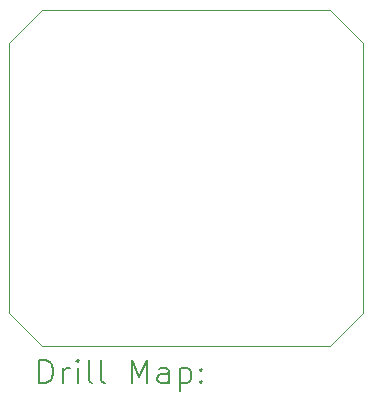
<source format=gbr>
%TF.GenerationSoftware,KiCad,Pcbnew,(6.0.7)*%
%TF.CreationDate,2024-01-15T20:32:37-05:00*%
%TF.ProjectId,pcb_chip,7063625f-6368-4697-902e-6b696361645f,rev?*%
%TF.SameCoordinates,Original*%
%TF.FileFunction,Drillmap*%
%TF.FilePolarity,Positive*%
%FSLAX45Y45*%
G04 Gerber Fmt 4.5, Leading zero omitted, Abs format (unit mm)*
G04 Created by KiCad (PCBNEW (6.0.7)) date 2024-01-15 20:32:37*
%MOMM*%
%LPD*%
G01*
G04 APERTURE LIST*
%ADD10C,0.100000*%
%ADD11C,0.200000*%
G04 APERTURE END LIST*
D10*
X14325600Y-8255000D02*
X14325600Y-10541000D01*
X14046200Y-10820400D01*
X11607800Y-10820400D01*
X11328400Y-10541000D01*
X11328400Y-8255000D01*
X11607800Y-7975600D01*
X14046200Y-7975600D01*
X14325600Y-8255000D01*
D11*
X11581019Y-11135876D02*
X11581019Y-10935876D01*
X11628638Y-10935876D01*
X11657209Y-10945400D01*
X11676257Y-10964448D01*
X11685781Y-10983495D01*
X11695305Y-11021590D01*
X11695305Y-11050162D01*
X11685781Y-11088257D01*
X11676257Y-11107305D01*
X11657209Y-11126352D01*
X11628638Y-11135876D01*
X11581019Y-11135876D01*
X11781019Y-11135876D02*
X11781019Y-11002543D01*
X11781019Y-11040638D02*
X11790543Y-11021590D01*
X11800067Y-11012067D01*
X11819114Y-11002543D01*
X11838162Y-11002543D01*
X11904828Y-11135876D02*
X11904828Y-11002543D01*
X11904828Y-10935876D02*
X11895305Y-10945400D01*
X11904828Y-10954924D01*
X11914352Y-10945400D01*
X11904828Y-10935876D01*
X11904828Y-10954924D01*
X12028638Y-11135876D02*
X12009590Y-11126352D01*
X12000067Y-11107305D01*
X12000067Y-10935876D01*
X12133400Y-11135876D02*
X12114352Y-11126352D01*
X12104828Y-11107305D01*
X12104828Y-10935876D01*
X12361971Y-11135876D02*
X12361971Y-10935876D01*
X12428638Y-11078733D01*
X12495305Y-10935876D01*
X12495305Y-11135876D01*
X12676257Y-11135876D02*
X12676257Y-11031114D01*
X12666733Y-11012067D01*
X12647686Y-11002543D01*
X12609590Y-11002543D01*
X12590543Y-11012067D01*
X12676257Y-11126352D02*
X12657209Y-11135876D01*
X12609590Y-11135876D01*
X12590543Y-11126352D01*
X12581019Y-11107305D01*
X12581019Y-11088257D01*
X12590543Y-11069210D01*
X12609590Y-11059686D01*
X12657209Y-11059686D01*
X12676257Y-11050162D01*
X12771495Y-11002543D02*
X12771495Y-11202543D01*
X12771495Y-11012067D02*
X12790543Y-11002543D01*
X12828638Y-11002543D01*
X12847686Y-11012067D01*
X12857209Y-11021590D01*
X12866733Y-11040638D01*
X12866733Y-11097781D01*
X12857209Y-11116829D01*
X12847686Y-11126352D01*
X12828638Y-11135876D01*
X12790543Y-11135876D01*
X12771495Y-11126352D01*
X12952448Y-11116829D02*
X12961971Y-11126352D01*
X12952448Y-11135876D01*
X12942924Y-11126352D01*
X12952448Y-11116829D01*
X12952448Y-11135876D01*
X12952448Y-11012067D02*
X12961971Y-11021590D01*
X12952448Y-11031114D01*
X12942924Y-11021590D01*
X12952448Y-11012067D01*
X12952448Y-11031114D01*
M02*

</source>
